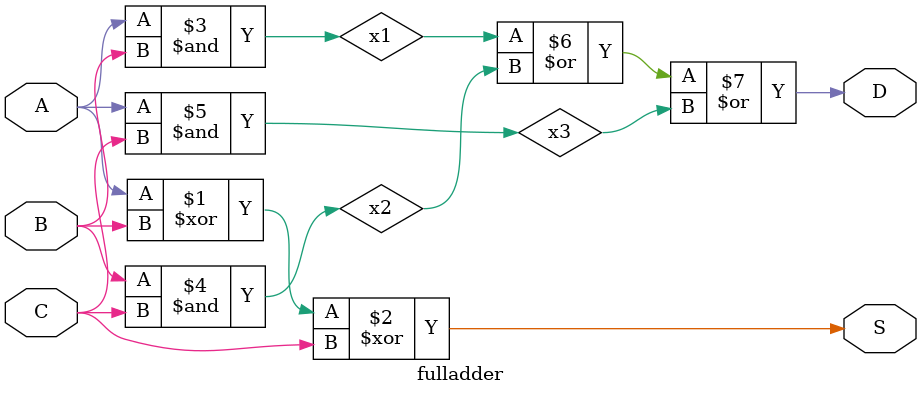
<source format=v>
module fulladder(A,B,C,S,D);
input A,B,C;
output S,D;
wire x1,x2,x3;
xor r1(S,A,B,C);
and a1(x1,A,B);
and a2(x2,B,C);
and a3(x3,A,C);
or o1(D,x1,x2,x3);
endmodule

</source>
